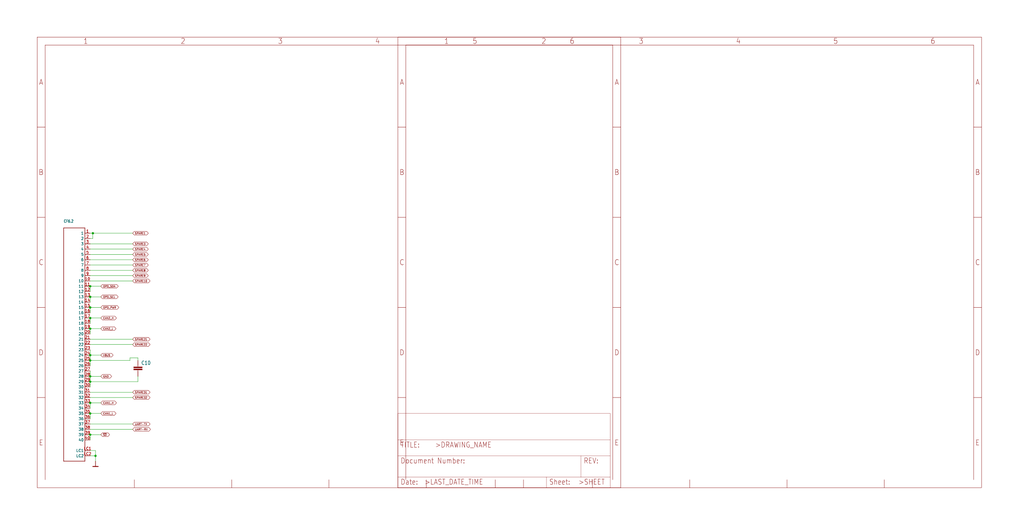
<source format=kicad_sch>
(kicad_sch (version 20211123) (generator eeschema)
  (paper "User" 490.22 254.406)
  (lib_symbols
    (symbol "oresat-backplane-1u-eagle-import:C-EU1206-B"
      (property "Reference" "C" (at 1.524 0.381 0))
      (property "Value" "C-EU1206-B" (at 1.524 -4.699 0))
      (symbol "C-EU1206-B_1_0"
        (rectangle (start -2.032 -2.032) (end 2.032 -1.524) (fill (type outline)))
        (rectangle (start -2.032 -1.016) (end 2.032 -0.508) (fill (type outline)))
        (polyline (pts (xy 0 -2.54) (xy 0 -2.032)) (stroke (width 0.1524)))
        (polyline (pts (xy 0 0) (xy 0 -0.508)) (stroke (width 0.1524)))
        (pin passive line (at 0 2.54 270) (length 2.54) (name "1") (number "1"))
        (pin passive line (at 0 -5.08 90) (length 2.54) (name "2") (number "2"))
      )
    )
    (symbol "oresat-backplane-1u-eagle-import:FRAME_A_L"
      (symbol "FRAME_A_L_0_0"
        (polyline (pts (xy 0 43.18) (xy 3.81 43.18)))
        (polyline (pts (xy 0 86.36) (xy 3.81 86.36)))
        (polyline (pts (xy 0 129.54) (xy 3.81 129.54)))
        (polyline (pts (xy 0 172.72) (xy 3.81 172.72)))
        (polyline (pts (xy 3.81 3.81) (xy 3.81 212.09)))
        (polyline (pts (xy 46.5667 0) (xy 46.5667 3.81)))
        (polyline (pts (xy 93.1333 0) (xy 93.1333 3.81)))
        (polyline (pts (xy 139.7 0) (xy 139.7 3.81)))
        (polyline (pts (xy 186.2667 0) (xy 186.2667 3.81)))
        (polyline (pts (xy 232.8333 0) (xy 232.8333 3.81)))
        (polyline (pts (xy 275.59 3.81) (xy 275.59 212.09)))
        (polyline (pts (xy 275.59 43.18) (xy 279.4 43.18)))
        (polyline (pts (xy 275.59 86.36) (xy 279.4 86.36)))
        (polyline (pts (xy 275.59 129.54) (xy 279.4 129.54)))
        (polyline (pts (xy 275.59 172.72) (xy 279.4 172.72)))
        (polyline (pts (xy 275.59 212.09) (xy 3.81 212.09)))
        (polyline (pts (xy 0 0) (xy 279.4 0) (xy 279.4 215.9) (xy 0 215.9) (xy 0 0)))
        (text "1" (at 23.2833 213.995 0) (effects (font (size 2.54 2.286))))
        (text "2" (at 69.85 213.995 0) (effects (font (size 2.54 2.286))))
        (text "3" (at 116.4167 213.995 0) (effects (font (size 2.54 2.286))))
        (text "4" (at 162.9833 213.995 0) (effects (font (size 2.54 2.286))))
        (text "5" (at 209.55 213.995 0) (effects (font (size 2.54 2.286))))
        (text "6" (at 256.1167 213.995 0) (effects (font (size 2.54 2.286))))
        (text "A" (at 1.905 194.31 0) (effects (font (size 2.54 2.286))))
        (text "A" (at 277.495 194.31 0) (effects (font (size 2.54 2.286))))
        (text "B" (at 1.905 151.13 0) (effects (font (size 2.54 2.286))))
        (text "B" (at 277.495 151.13 0) (effects (font (size 2.54 2.286))))
        (text "C" (at 1.905 107.95 0) (effects (font (size 2.54 2.286))))
        (text "C" (at 277.495 107.95 0) (effects (font (size 2.54 2.286))))
        (text "D" (at 1.905 64.77 0) (effects (font (size 2.54 2.286))))
        (text "D" (at 277.495 64.77 0) (effects (font (size 2.54 2.286))))
        (text "E" (at 1.905 21.59 0) (effects (font (size 2.54 2.286))))
        (text "E" (at 277.495 21.59 0) (effects (font (size 2.54 2.286))))
      )
      (symbol "FRAME_A_L_2_0"
        (polyline (pts (xy 0 0) (xy 0 5.08)) (stroke (width 0.1016)))
        (polyline (pts (xy 0 0) (xy 71.12 0)) (stroke (width 0.1016)))
        (polyline (pts (xy 0 5.08) (xy 0 15.24)) (stroke (width 0.1016)))
        (polyline (pts (xy 0 5.08) (xy 71.12 5.08)) (stroke (width 0.1016)))
        (polyline (pts (xy 0 15.24) (xy 0 22.86)) (stroke (width 0.1016)))
        (polyline (pts (xy 0 22.86) (xy 0 35.56)) (stroke (width 0.1016)))
        (polyline (pts (xy 0 22.86) (xy 101.6 22.86)) (stroke (width 0.1016)))
        (polyline (pts (xy 71.12 0) (xy 101.6 0)) (stroke (width 0.1016)))
        (polyline (pts (xy 71.12 5.08) (xy 71.12 0)) (stroke (width 0.1016)))
        (polyline (pts (xy 71.12 5.08) (xy 87.63 5.08)) (stroke (width 0.1016)))
        (polyline (pts (xy 87.63 5.08) (xy 101.6 5.08)) (stroke (width 0.1016)))
        (polyline (pts (xy 87.63 15.24) (xy 0 15.24)) (stroke (width 0.1016)))
        (polyline (pts (xy 87.63 15.24) (xy 87.63 5.08)) (stroke (width 0.1016)))
        (polyline (pts (xy 101.6 5.08) (xy 101.6 0)) (stroke (width 0.1016)))
        (polyline (pts (xy 101.6 15.24) (xy 87.63 15.24)) (stroke (width 0.1016)))
        (polyline (pts (xy 101.6 15.24) (xy 101.6 5.08)) (stroke (width 0.1016)))
        (polyline (pts (xy 101.6 22.86) (xy 101.6 15.24)) (stroke (width 0.1016)))
        (polyline (pts (xy 101.6 35.56) (xy 0 35.56)) (stroke (width 0.1016)))
        (polyline (pts (xy 101.6 35.56) (xy 101.6 22.86)) (stroke (width 0.1016)))
        (text ">DRAWING_NAME" (at 17.78 19.05 0) (effects (font (size 2.54 2.159)) (justify left bottom)))
        (text ">LAST_DATE_TIME" (at 12.7 1.27 0) (effects (font (size 2.54 2.159)) (justify left bottom)))
        (text ">SHEET" (at 86.36 1.27 0) (effects (font (size 2.54 2.159)) (justify left bottom)))
        (text "Date:" (at 1.27 1.27 0) (effects (font (size 2.54 2.159)) (justify left bottom)))
        (text "Document Number:" (at 1.27 11.43 0) (effects (font (size 2.54 2.159)) (justify left bottom)))
        (text "REV:" (at 88.9 11.43 0) (effects (font (size 2.54 2.159)) (justify left bottom)))
        (text "Sheet:" (at 72.39 1.27 0) (effects (font (size 2.54 2.159)) (justify left bottom)))
        (text "TITLE:" (at 1.27 19.05 0) (effects (font (size 2.54 2.159)) (justify left bottom)))
      )
    )
    (symbol "oresat-backplane-1u-eagle-import:GND" (power)
      (symbol "GND_1_0"
        (polyline (pts (xy -1.27 -2.54) (xy 1.27 -2.54)) (stroke (width 0.4064)))
        (pin power_in line (at 0 0 270) (length 2.54) (name "GND") (number "1"))
      )
    )
    (symbol "oresat-backplane-1u-eagle-import:SFM-120-X1-XXX-D"
      (property "Reference" "J" (at -2.54 50.8 0))
      (property "Value" "SFM-120-X1-XXX-D" (at -2.54 49.53 0))
      (symbol "SFM-120-X1-XXX-D_1_0"
        (polyline (pts (xy -2.54 -63.5) (xy -2.54 48.26)) (stroke (width 0.254)))
        (polyline (pts (xy -2.54 48.26) (xy 7.62 48.26)) (stroke (width 0.254)))
        (polyline (pts (xy 7.62 -63.5) (xy -2.54 -63.5)) (stroke (width 0.254)))
        (polyline (pts (xy 7.62 48.26) (xy 7.62 -63.5)) (stroke (width 0.254)))
        (pin passive line (at 10.16 45.72 180) (length 2.54) (name "1") (number "1"))
        (pin passive line (at 10.16 22.86 180) (length 2.54) (name "10") (number "10"))
        (pin passive line (at 10.16 20.32 180) (length 2.54) (name "11") (number "11"))
        (pin passive line (at 10.16 17.78 180) (length 2.54) (name "12") (number "12"))
        (pin passive line (at 10.16 15.24 180) (length 2.54) (name "13") (number "13"))
        (pin passive line (at 10.16 12.7 180) (length 2.54) (name "14") (number "14"))
        (pin passive line (at 10.16 10.16 180) (length 2.54) (name "15") (number "15"))
        (pin passive line (at 10.16 7.62 180) (length 2.54) (name "16") (number "16"))
        (pin passive line (at 10.16 5.08 180) (length 2.54) (name "17") (number "17"))
        (pin passive line (at 10.16 2.54 180) (length 2.54) (name "18") (number "18"))
        (pin passive line (at 10.16 0 180) (length 2.54) (name "19") (number "19"))
        (pin passive line (at 10.16 43.18 180) (length 2.54) (name "2") (number "2"))
        (pin passive line (at 10.16 -2.54 180) (length 2.54) (name "20") (number "20"))
        (pin passive line (at 10.16 -5.08 180) (length 2.54) (name "21") (number "21"))
        (pin passive line (at 10.16 -7.62 180) (length 2.54) (name "22") (number "22"))
        (pin passive line (at 10.16 -10.16 180) (length 2.54) (name "23") (number "23"))
        (pin passive line (at 10.16 -12.7 180) (length 2.54) (name "24") (number "24"))
        (pin passive line (at 10.16 -15.24 180) (length 2.54) (name "25") (number "25"))
        (pin passive line (at 10.16 -17.78 180) (length 2.54) (name "26") (number "26"))
        (pin passive line (at 10.16 -20.32 180) (length 2.54) (name "27") (number "27"))
        (pin passive line (at 10.16 -22.86 180) (length 2.54) (name "28") (number "28"))
        (pin passive line (at 10.16 -25.4 180) (length 2.54) (name "29") (number "29"))
        (pin passive line (at 10.16 40.64 180) (length 2.54) (name "3") (number "3"))
        (pin passive line (at 10.16 -27.94 180) (length 2.54) (name "30") (number "30"))
        (pin passive line (at 10.16 -30.48 180) (length 2.54) (name "31") (number "31"))
        (pin passive line (at 10.16 -33.02 180) (length 2.54) (name "32") (number "32"))
        (pin passive line (at 10.16 -35.56 180) (length 2.54) (name "33") (number "33"))
        (pin passive line (at 10.16 -38.1 180) (length 2.54) (name "34") (number "34"))
        (pin passive line (at 10.16 -40.64 180) (length 2.54) (name "35") (number "35"))
        (pin passive line (at 10.16 -43.18 180) (length 2.54) (name "36") (number "36"))
        (pin passive line (at 10.16 -45.72 180) (length 2.54) (name "37") (number "37"))
        (pin passive line (at 10.16 -48.26 180) (length 2.54) (name "38") (number "38"))
        (pin passive line (at 10.16 -50.8 180) (length 2.54) (name "39") (number "39"))
        (pin passive line (at 10.16 38.1 180) (length 2.54) (name "4") (number "4"))
        (pin passive line (at 10.16 -53.34 180) (length 2.54) (name "40") (number "40"))
        (pin passive line (at 10.16 35.56 180) (length 2.54) (name "5") (number "5"))
        (pin passive line (at 10.16 33.02 180) (length 2.54) (name "6") (number "6"))
        (pin passive line (at 10.16 30.48 180) (length 2.54) (name "7") (number "7"))
        (pin passive line (at 10.16 27.94 180) (length 2.54) (name "8") (number "8"))
        (pin passive line (at 10.16 25.4 180) (length 2.54) (name "9") (number "9"))
        (pin passive line (at 10.16 -58.42 180) (length 2.54) (name "LC1") (number "LC1"))
        (pin passive line (at 10.16 -60.96 180) (length 2.54) (name "LC2") (number "LC2"))
      )
    )
  )
  (junction (at 43.18 193.04))
  (junction (at 43.18 147.32))
  (junction (at 43.18 208.28))
  (junction (at 43.18 152.4))
  (junction (at 43.18 180.34))
  (junction (at 45.72 218.44))
  (junction (at 43.18 172.72))
  (junction (at 43.18 182.88))
  (junction (at 43.18 198.12))
  (junction (at 44.45 111.76))
  (junction (at 43.18 170.18))
  (junction (at 43.18 157.48))
  (junction (at 43.18 137.16))
  (junction (at 43.18 142.24))
  (wire (pts (xy 43.18 157.48) (xy 48.26 157.48)))
  (wire (pts (xy 45.72 215.9) (xy 45.72 218.44)))
  (wire (pts (xy 43.18 147.32) (xy 48.26 147.32)))
  (wire (pts (xy 44.45 114.3) (xy 44.45 111.76)))
  (wire (pts (xy 43.18 127) (xy 63.5 127)))
  (wire (pts (xy 43.18 132.08) (xy 63.5 132.08)))
  (wire (pts (xy 43.18 162.56) (xy 63.5 162.56)))
  (wire (pts (xy 43.18 137.16) (xy 43.18 139.7)))
  (wire (pts (xy 43.18 203.2) (xy 63.5 203.2)))
  (wire (pts (xy 66.04 180.34) (xy 66.04 182.88)))
  (wire (pts (xy 43.18 190.5) (xy 63.5 190.5)))
  (wire (pts (xy 45.72 218.44) (xy 45.72 220.98)))
  (wire (pts (xy 43.18 134.62) (xy 63.5 134.62)))
  (wire (pts (xy 43.18 193.04) (xy 43.18 195.58)))
  (wire (pts (xy 43.18 182.88) (xy 43.18 185.42)))
  (wire (pts (xy 48.26 193.04) (xy 43.18 193.04)))
  (wire (pts (xy 43.18 121.92) (xy 63.5 121.92)))
  (wire (pts (xy 48.26 208.28) (xy 43.18 208.28)))
  (wire (pts (xy 43.18 111.76) (xy 44.45 111.76)))
  (wire (pts (xy 43.18 205.74) (xy 63.5 205.74)))
  (wire (pts (xy 43.18 137.16) (xy 48.26 137.16)))
  (wire (pts (xy 43.18 129.54) (xy 63.5 129.54)))
  (wire (pts (xy 43.18 167.64) (xy 43.18 170.18)))
  (wire (pts (xy 43.18 172.72) (xy 43.18 175.26)))
  (wire (pts (xy 48.26 180.34) (xy 43.18 180.34)))
  (wire (pts (xy 43.18 177.8) (xy 43.18 180.34)))
  (wire (pts (xy 43.18 187.96) (xy 63.5 187.96)))
  (wire (pts (xy 62.23 172.72) (xy 62.23 171.45)))
  (wire (pts (xy 43.18 165.1) (xy 63.5 165.1)))
  (wire (pts (xy 43.18 114.3) (xy 44.45 114.3)))
  (wire (pts (xy 66.04 182.88) (xy 43.18 182.88)))
  (wire (pts (xy 43.18 152.4) (xy 43.18 154.94)))
  (wire (pts (xy 43.18 215.9) (xy 45.72 215.9)))
  (wire (pts (xy 43.18 172.72) (xy 62.23 172.72)))
  (wire (pts (xy 66.04 171.45) (xy 66.04 172.72)))
  (wire (pts (xy 43.18 124.46) (xy 63.5 124.46)))
  (wire (pts (xy 44.45 111.76) (xy 63.5 111.76)))
  (wire (pts (xy 43.18 142.24) (xy 48.26 142.24)))
  (wire (pts (xy 43.18 198.12) (xy 43.18 200.66)))
  (wire (pts (xy 48.26 198.12) (xy 43.18 198.12)))
  (wire (pts (xy 43.18 218.44) (xy 45.72 218.44)))
  (wire (pts (xy 43.18 116.84) (xy 63.5 116.84)))
  (wire (pts (xy 62.23 171.45) (xy 66.04 171.45)))
  (wire (pts (xy 43.18 170.18) (xy 43.18 172.72)))
  (wire (pts (xy 43.18 119.38) (xy 63.5 119.38)))
  (wire (pts (xy 48.26 170.18) (xy 43.18 170.18)))
  (wire (pts (xy 43.18 142.24) (xy 43.18 144.78)))
  (wire (pts (xy 43.18 147.32) (xy 43.18 149.86)))
  (wire (pts (xy 43.18 180.34) (xy 43.18 182.88)))
  (wire (pts (xy 43.18 208.28) (xy 43.18 210.82)))
  (wire (pts (xy 43.18 152.4) (xy 48.26 152.4)))
  (wire (pts (xy 43.18 157.48) (xy 43.18 160.02)))
  (global_label "VBUS" (shape bidirectional) (at 48.26 170.18 0) (effects (font (size 0.889 0.889))) (property "Intersheet References" "${INTERSHEET_REFS}" (effects hide)))
  (global_label "SPARE7" (shape bidirectional) (at 63.5 127 0) (effects (font (size 0.889 0.889))) (property "Intersheet References" "${INTERSHEET_REFS}" (effects hide)))
  (global_label "CAN1_H" (shape bidirectional) (at 48.26 193.04 0) (effects (font (size 0.889 0.889))) (property "Intersheet References" "${INTERSHEET_REFS}" (effects hide)))
  (global_label "CAN2_H" (shape bidirectional) (at 48.26 152.4 0) (effects (font (size 0.889 0.889))) (property "Intersheet References" "${INTERSHEET_REFS}" (effects hide)))
  (global_label "UART-TX" (shape bidirectional) (at 63.5 203.2 0) (effects (font (size 0.889 0.889))) (property "Intersheet References" "${INTERSHEET_REFS}" (effects hide)))
  (global_label "SPARE21" (shape bidirectional) (at 63.5 162.56 0) (effects (font (size 0.889 0.889))) (property "Intersheet References" "${INTERSHEET_REFS}" (effects hide)))
  (global_label "~{SD}" (shape bidirectional) (at 48.26 208.28 0) (effects (font (size 0.889 0.889))) (property "Intersheet References" "${INTERSHEET_REFS}" (effects hide)))
  (global_label "GND" (shape bidirectional) (at 48.26 180.34 0) (effects (font (size 0.889 0.889))) (property "Intersheet References" "${INTERSHEET_REFS}" (effects hide)))
  (global_label "SPARE4" (shape bidirectional) (at 63.5 119.38 0) (effects (font (size 0.889 0.889))) (property "Intersheet References" "${INTERSHEET_REFS}" (effects hide)))
  (global_label "UART-RX" (shape bidirectional) (at 63.5 205.74 0) (effects (font (size 0.889 0.889))) (property "Intersheet References" "${INTERSHEET_REFS}" (effects hide)))
  (global_label "SPARE1" (shape bidirectional) (at 63.5 111.76 0) (effects (font (size 0.889 0.889))) (property "Intersheet References" "${INTERSHEET_REFS}" (effects hide)))
  (global_label "SPARE6" (shape bidirectional) (at 63.5 124.46 0) (effects (font (size 0.889 0.889))) (property "Intersheet References" "${INTERSHEET_REFS}" (effects hide)))
  (global_label "SPARE9" (shape bidirectional) (at 63.5 132.08 0) (effects (font (size 0.889 0.889))) (property "Intersheet References" "${INTERSHEET_REFS}" (effects hide)))
  (global_label "SPARE10" (shape bidirectional) (at 63.5 134.62 0) (effects (font (size 0.889 0.889))) (property "Intersheet References" "${INTERSHEET_REFS}" (effects hide)))
  (global_label "CAN1_L" (shape bidirectional) (at 48.26 198.12 0) (effects (font (size 0.889 0.889))) (property "Intersheet References" "${INTERSHEET_REFS}" (effects hide)))
  (global_label "OPD_SDA" (shape bidirectional) (at 48.26 137.16 0) (effects (font (size 0.889 0.889))) (property "Intersheet References" "${INTERSHEET_REFS}" (effects hide)))
  (global_label "SPARE31" (shape bidirectional) (at 63.5 187.96 0) (effects (font (size 0.889 0.889))) (property "Intersheet References" "${INTERSHEET_REFS}" (effects hide)))
  (global_label "SPARE22" (shape bidirectional) (at 63.5 165.1 0) (effects (font (size 0.889 0.889))) (property "Intersheet References" "${INTERSHEET_REFS}" (effects hide)))
  (global_label "SPARE3" (shape bidirectional) (at 63.5 116.84 0) (effects (font (size 0.889 0.889))) (property "Intersheet References" "${INTERSHEET_REFS}" (effects hide)))
  (global_label "CAN2_L" (shape bidirectional) (at 48.26 157.48 0) (effects (font (size 0.889 0.889))) (property "Intersheet References" "${INTERSHEET_REFS}" (effects hide)))
  (global_label "OPD_PWR" (shape bidirectional) (at 48.26 147.32 0) (effects (font (size 0.889 0.889))) (property "Intersheet References" "${INTERSHEET_REFS}" (effects hide)))
  (global_label "SPARE32" (shape bidirectional) (at 63.5 190.5 0) (effects (font (size 0.889 0.889))) (property "Intersheet References" "${INTERSHEET_REFS}" (effects hide)))
  (global_label "SPARE8" (shape bidirectional) (at 63.5 129.54 0) (effects (font (size 0.889 0.889))) (property "Intersheet References" "${INTERSHEET_REFS}" (effects hide)))
  (global_label "SPARE5" (shape bidirectional) (at 63.5 121.92 0) (effects (font (size 0.889 0.889))) (property "Intersheet References" "${INTERSHEET_REFS}" (effects hide)))
  (global_label "OPD_SCL" (shape bidirectional) (at 48.26 142.24 0) (effects (font (size 0.889 0.889))) (property "Intersheet References" "${INTERSHEET_REFS}" (effects hide)))
  (symbol (lib_id "oresat-backplane-1u-eagle-import:SFM-120-X1-XXX-D") (at 33.02 157.48 0) (unit 1)
    (property "Reference" "CF6.2" (at 30.48 106.68 0) (effects (font (size 1.27 1.0795)) (justify left bottom)))
  )
  (symbol (lib_id "oresat-backplane-1u-eagle-import:FRAME_A_L") (at 17.78 233.68 0) (unit 1)
    (property "Reference" "#FRAME15" (effects hide))
  )
  (symbol (lib_id "oresat-backplane-1u-eagle-import:FRAME_A_L") (at 190.5 233.68 0) (unit 2)
    (property "Reference" "#FRAME15" (effects hide))
  )
  (symbol (lib_id "oresat-backplane-1u-eagle-import:GND") (at 45.72 220.98 0) (unit 1)
    (property "Reference" "#GND85" (effects hide))
  )
  (symbol (lib_id "oresat-backplane-1u-eagle-import:C-EU1206-B") (at 66.04 175.26 0) (unit 1)
    (property "Reference" "C10" (at 67.564 174.879 0) (effects (font (size 1.778 1.5113)) (justify left bottom)))
  )
)
</source>
